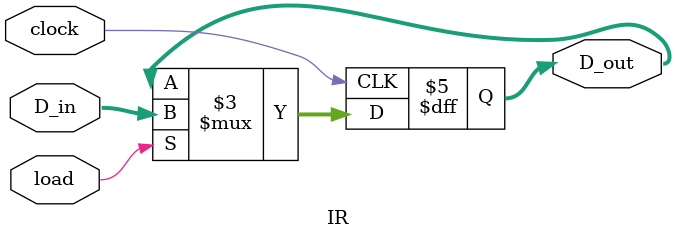
<source format=v>
module IR (clock, load, D_in, D_out);
	parameter n = 16;
	input clock, load;
	input [n-1:0]D_in;
	output reg [n-1:0]D_out;
	
	initial D_out <= 16'b0110000000000000;

	always @ (posedge clock) begin
			if(load) begin
			D_out <= D_in;
		end
	end
endmodule


			
	
</source>
